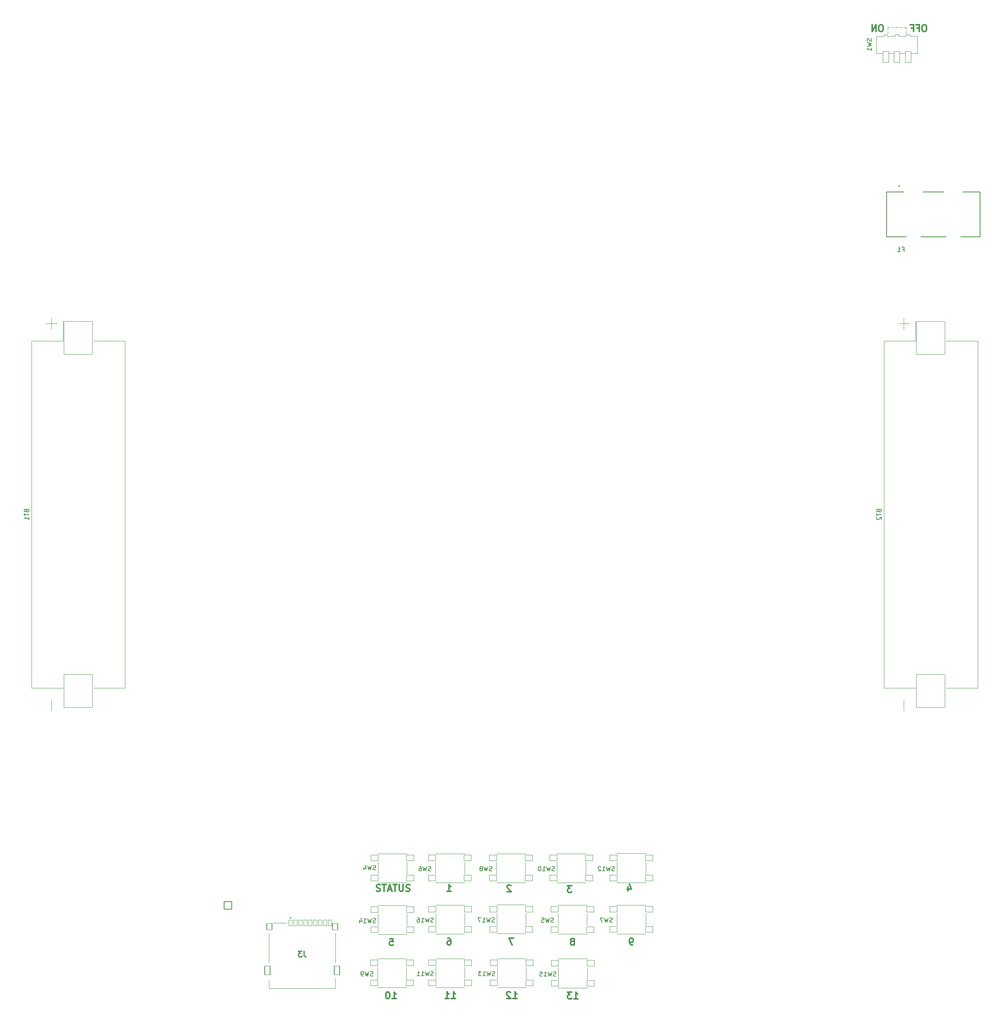
<source format=gbo>
%TF.GenerationSoftware,KiCad,Pcbnew,(6.0.0)*%
%TF.CreationDate,2022-01-30T17:43:53-05:00*%
%TF.ProjectId,fancyGradCap_rev2,66616e63-7947-4726-9164-4361705f7265,1*%
%TF.SameCoordinates,Original*%
%TF.FileFunction,Legend,Bot*%
%TF.FilePolarity,Positive*%
%FSLAX46Y46*%
G04 Gerber Fmt 4.6, Leading zero omitted, Abs format (unit mm)*
G04 Created by KiCad (PCBNEW (6.0.0)) date 2022-01-30 17:43:53*
%MOMM*%
%LPD*%
G01*
G04 APERTURE LIST*
G04 Aperture macros list*
%AMRoundRect*
0 Rectangle with rounded corners*
0 $1 Rounding radius*
0 $2 $3 $4 $5 $6 $7 $8 $9 X,Y pos of 4 corners*
0 Add a 4 corners polygon primitive as box body*
4,1,4,$2,$3,$4,$5,$6,$7,$8,$9,$2,$3,0*
0 Add four circle primitives for the rounded corners*
1,1,$1+$1,$2,$3*
1,1,$1+$1,$4,$5*
1,1,$1+$1,$6,$7*
1,1,$1+$1,$8,$9*
0 Add four rect primitives between the rounded corners*
20,1,$1+$1,$2,$3,$4,$5,0*
20,1,$1+$1,$4,$5,$6,$7,0*
20,1,$1+$1,$6,$7,$8,$9,0*
20,1,$1+$1,$8,$9,$2,$3,0*%
G04 Aperture macros list end*
%ADD10C,0.300000*%
%ADD11C,0.150000*%
%ADD12C,0.254000*%
%ADD13C,0.120000*%
%ADD14C,0.127000*%
%ADD15C,0.200000*%
%ADD16C,0.100000*%
%ADD17C,3.300000*%
%ADD18RoundRect,0.050000X0.775000X0.650000X-0.775000X0.650000X-0.775000X-0.650000X0.775000X-0.650000X0*%
%ADD19C,0.750000*%
%ADD20C,0.700000*%
%ADD21O,2.100000X1.100000*%
%ADD22O,1.700000X0.900000*%
%ADD23RoundRect,0.050000X-0.850000X-0.850000X0.850000X-0.850000X0.850000X0.850000X-0.850000X0.850000X0*%
%ADD24O,1.800000X1.800000*%
%ADD25C,3.550000*%
%ADD26C,2.490000*%
%ADD27RoundRect,0.050000X-3.175000X3.670000X-3.175000X-3.670000X3.175000X-3.670000X3.175000X3.670000X0*%
%ADD28C,2.725000*%
%ADD29C,3.806000*%
%ADD30C,1.100000*%
%ADD31RoundRect,0.050000X0.350000X0.650000X-0.350000X0.650000X-0.350000X-0.650000X0.350000X-0.650000X0*%
%ADD32RoundRect,0.050000X0.600000X0.700000X-0.600000X0.700000X-0.600000X-0.700000X0.600000X-0.700000X0*%
%ADD33RoundRect,0.050000X0.600000X1.000000X-0.600000X1.000000X-0.600000X-1.000000X0.600000X-1.000000X0*%
%ADD34C,1.000000*%
%ADD35RoundRect,0.050000X-0.625000X-1.250000X0.625000X-1.250000X0.625000X1.250000X-0.625000X1.250000X0*%
G04 APERTURE END LIST*
D10*
X184062571Y-956571D02*
X183776857Y-956571D01*
X183634000Y-1028000D01*
X183491142Y-1170857D01*
X183419714Y-1456571D01*
X183419714Y-1956571D01*
X183491142Y-2242285D01*
X183634000Y-2385142D01*
X183776857Y-2456571D01*
X184062571Y-2456571D01*
X184205428Y-2385142D01*
X184348285Y-2242285D01*
X184419714Y-1956571D01*
X184419714Y-1456571D01*
X184348285Y-1170857D01*
X184205428Y-1028000D01*
X184062571Y-956571D01*
X182776857Y-2456571D02*
X182776857Y-956571D01*
X181919714Y-2456571D01*
X181919714Y-956571D01*
X193706571Y-956571D02*
X193420857Y-956571D01*
X193278000Y-1028000D01*
X193135142Y-1170857D01*
X193063714Y-1456571D01*
X193063714Y-1956571D01*
X193135142Y-2242285D01*
X193278000Y-2385142D01*
X193420857Y-2456571D01*
X193706571Y-2456571D01*
X193849428Y-2385142D01*
X193992285Y-2242285D01*
X194063714Y-1956571D01*
X194063714Y-1456571D01*
X193992285Y-1170857D01*
X193849428Y-1028000D01*
X193706571Y-956571D01*
X191920857Y-1670857D02*
X192420857Y-1670857D01*
X192420857Y-2456571D02*
X192420857Y-956571D01*
X191706571Y-956571D01*
X190635142Y-1670857D02*
X191135142Y-1670857D01*
X191135142Y-2456571D02*
X191135142Y-956571D01*
X190420857Y-956571D01*
X102030250Y-204379321D02*
X101030250Y-204379321D01*
X101673107Y-205879321D01*
X128555714Y-205910571D02*
X128270000Y-205910571D01*
X128127142Y-205839142D01*
X128055714Y-205767714D01*
X127912857Y-205553428D01*
X127841428Y-205267714D01*
X127841428Y-204696285D01*
X127912857Y-204553428D01*
X127984285Y-204482000D01*
X128127142Y-204410571D01*
X128412857Y-204410571D01*
X128555714Y-204482000D01*
X128627142Y-204553428D01*
X128698571Y-204696285D01*
X128698571Y-205053428D01*
X128627142Y-205196285D01*
X128555714Y-205267714D01*
X128412857Y-205339142D01*
X128127142Y-205339142D01*
X127984285Y-205267714D01*
X127912857Y-205196285D01*
X127841428Y-205053428D01*
X115506964Y-217925071D02*
X116364107Y-217925071D01*
X115935535Y-217925071D02*
X115935535Y-216425071D01*
X116078392Y-216639357D01*
X116221250Y-216782214D01*
X116364107Y-216853642D01*
X115006964Y-216425071D02*
X114078392Y-216425071D01*
X114578392Y-216996500D01*
X114364107Y-216996500D01*
X114221250Y-217067928D01*
X114149821Y-217139357D01*
X114078392Y-217282214D01*
X114078392Y-217639357D01*
X114149821Y-217782214D01*
X114221250Y-217853642D01*
X114364107Y-217925071D01*
X114792678Y-217925071D01*
X114935535Y-217853642D01*
X115006964Y-217782214D01*
X127518535Y-192911071D02*
X127518535Y-193911071D01*
X127875678Y-192339642D02*
X128232821Y-193411071D01*
X127304250Y-193411071D01*
X74414607Y-204506321D02*
X75128892Y-204506321D01*
X75200321Y-205220607D01*
X75128892Y-205149178D01*
X74986035Y-205077750D01*
X74628892Y-205077750D01*
X74486035Y-205149178D01*
X74414607Y-205220607D01*
X74343178Y-205363464D01*
X74343178Y-205720607D01*
X74414607Y-205863464D01*
X74486035Y-205934892D01*
X74628892Y-206006321D01*
X74986035Y-206006321D01*
X75128892Y-205934892D01*
X75200321Y-205863464D01*
X114957750Y-192726571D02*
X114029178Y-192726571D01*
X114529178Y-193298000D01*
X114314892Y-193298000D01*
X114172035Y-193369428D01*
X114100607Y-193440857D01*
X114029178Y-193583714D01*
X114029178Y-193940857D01*
X114100607Y-194083714D01*
X114172035Y-194155142D01*
X114314892Y-194226571D01*
X114743464Y-194226571D01*
X114886321Y-194155142D01*
X114957750Y-194083714D01*
X101885714Y-217848571D02*
X102742857Y-217848571D01*
X102314285Y-217848571D02*
X102314285Y-216348571D01*
X102457142Y-216562857D01*
X102600000Y-216705714D01*
X102742857Y-216777142D01*
X101314285Y-216491428D02*
X101242857Y-216420000D01*
X101100000Y-216348571D01*
X100742857Y-216348571D01*
X100600000Y-216420000D01*
X100528571Y-216491428D01*
X100457142Y-216634285D01*
X100457142Y-216777142D01*
X100528571Y-216991428D01*
X101385714Y-217848571D01*
X100457142Y-217848571D01*
X71469714Y-193901142D02*
X71684000Y-193972571D01*
X72041142Y-193972571D01*
X72184000Y-193901142D01*
X72255428Y-193829714D01*
X72326857Y-193686857D01*
X72326857Y-193544000D01*
X72255428Y-193401142D01*
X72184000Y-193329714D01*
X72041142Y-193258285D01*
X71755428Y-193186857D01*
X71612571Y-193115428D01*
X71541142Y-193044000D01*
X71469714Y-192901142D01*
X71469714Y-192758285D01*
X71541142Y-192615428D01*
X71612571Y-192544000D01*
X71755428Y-192472571D01*
X72112571Y-192472571D01*
X72326857Y-192544000D01*
X72755428Y-192472571D02*
X73612571Y-192472571D01*
X73184000Y-193972571D02*
X73184000Y-192472571D01*
X74041142Y-193544000D02*
X74755428Y-193544000D01*
X73898285Y-193972571D02*
X74398285Y-192472571D01*
X74898285Y-193972571D01*
X75184000Y-192472571D02*
X76041142Y-192472571D01*
X75612571Y-193972571D02*
X75612571Y-192472571D01*
X76541142Y-192472571D02*
X76541142Y-193686857D01*
X76612571Y-193829714D01*
X76684000Y-193901142D01*
X76826857Y-193972571D01*
X77112571Y-193972571D01*
X77255428Y-193901142D01*
X77326857Y-193829714D01*
X77398285Y-193686857D01*
X77398285Y-192472571D01*
X78041142Y-193901142D02*
X78255428Y-193972571D01*
X78612571Y-193972571D01*
X78755428Y-193901142D01*
X78826857Y-193829714D01*
X78898285Y-193686857D01*
X78898285Y-193544000D01*
X78826857Y-193401142D01*
X78755428Y-193329714D01*
X78612571Y-193258285D01*
X78326857Y-193186857D01*
X78184000Y-193115428D01*
X78112571Y-193044000D01*
X78041142Y-192901142D01*
X78041142Y-192758285D01*
X78112571Y-192615428D01*
X78184000Y-192544000D01*
X78326857Y-192472571D01*
X78684000Y-192472571D01*
X78898285Y-192544000D01*
X87201428Y-193972571D02*
X88058571Y-193972571D01*
X87630000Y-193972571D02*
X87630000Y-192472571D01*
X87772857Y-192686857D01*
X87915714Y-192829714D01*
X88058571Y-192901142D01*
X115308357Y-205072178D02*
X115451214Y-205000750D01*
X115522642Y-204929321D01*
X115594071Y-204786464D01*
X115594071Y-204715035D01*
X115522642Y-204572178D01*
X115451214Y-204500750D01*
X115308357Y-204429321D01*
X115022642Y-204429321D01*
X114879785Y-204500750D01*
X114808357Y-204572178D01*
X114736928Y-204715035D01*
X114736928Y-204786464D01*
X114808357Y-204929321D01*
X114879785Y-205000750D01*
X115022642Y-205072178D01*
X115308357Y-205072178D01*
X115451214Y-205143607D01*
X115522642Y-205215035D01*
X115594071Y-205357892D01*
X115594071Y-205643607D01*
X115522642Y-205786464D01*
X115451214Y-205857892D01*
X115308357Y-205929321D01*
X115022642Y-205929321D01*
X114879785Y-205857892D01*
X114808357Y-205786464D01*
X114736928Y-205643607D01*
X114736928Y-205357892D01*
X114808357Y-205215035D01*
X114879785Y-205143607D01*
X115022642Y-205072178D01*
X88169714Y-217848571D02*
X89026857Y-217848571D01*
X88598285Y-217848571D02*
X88598285Y-216348571D01*
X88741142Y-216562857D01*
X88884000Y-216705714D01*
X89026857Y-216777142D01*
X86741142Y-217848571D02*
X87598285Y-217848571D01*
X87169714Y-217848571D02*
X87169714Y-216348571D01*
X87312571Y-216562857D01*
X87455428Y-216705714D01*
X87598285Y-216777142D01*
X101416571Y-192661678D02*
X101345142Y-192590250D01*
X101202285Y-192518821D01*
X100845142Y-192518821D01*
X100702285Y-192590250D01*
X100630857Y-192661678D01*
X100559428Y-192804535D01*
X100559428Y-192947392D01*
X100630857Y-193161678D01*
X101488000Y-194018821D01*
X100559428Y-194018821D01*
X74961714Y-217866071D02*
X75818857Y-217866071D01*
X75390285Y-217866071D02*
X75390285Y-216366071D01*
X75533142Y-216580357D01*
X75676000Y-216723214D01*
X75818857Y-216794642D01*
X74033142Y-216366071D02*
X73890285Y-216366071D01*
X73747428Y-216437500D01*
X73676000Y-216508928D01*
X73604571Y-216651785D01*
X73533142Y-216937500D01*
X73533142Y-217294642D01*
X73604571Y-217580357D01*
X73676000Y-217723214D01*
X73747428Y-217794642D01*
X73890285Y-217866071D01*
X74033142Y-217866071D01*
X74176000Y-217794642D01*
X74247428Y-217723214D01*
X74318857Y-217580357D01*
X74390285Y-217294642D01*
X74390285Y-216937500D01*
X74318857Y-216651785D01*
X74247428Y-216508928D01*
X74176000Y-216437500D01*
X74033142Y-216366071D01*
X87344285Y-204410571D02*
X87630000Y-204410571D01*
X87772857Y-204482000D01*
X87844285Y-204553428D01*
X87987142Y-204767714D01*
X88058571Y-205053428D01*
X88058571Y-205624857D01*
X87987142Y-205767714D01*
X87915714Y-205839142D01*
X87772857Y-205910571D01*
X87487142Y-205910571D01*
X87344285Y-205839142D01*
X87272857Y-205767714D01*
X87201428Y-205624857D01*
X87201428Y-205267714D01*
X87272857Y-205124857D01*
X87344285Y-205053428D01*
X87487142Y-204982000D01*
X87772857Y-204982000D01*
X87915714Y-205053428D01*
X87987142Y-205124857D01*
X88058571Y-205267714D01*
D11*
%TO.C,SW4*%
X71253333Y-189126761D02*
X71110476Y-189174380D01*
X70872380Y-189174380D01*
X70777142Y-189126761D01*
X70729523Y-189079142D01*
X70681904Y-188983904D01*
X70681904Y-188888666D01*
X70729523Y-188793428D01*
X70777142Y-188745809D01*
X70872380Y-188698190D01*
X71062857Y-188650571D01*
X71158095Y-188602952D01*
X71205714Y-188555333D01*
X71253333Y-188460095D01*
X71253333Y-188364857D01*
X71205714Y-188269619D01*
X71158095Y-188222000D01*
X71062857Y-188174380D01*
X70824761Y-188174380D01*
X70681904Y-188222000D01*
X70348571Y-188174380D02*
X70110476Y-189174380D01*
X69920000Y-188460095D01*
X69729523Y-189174380D01*
X69491428Y-188174380D01*
X68681904Y-188507714D02*
X68681904Y-189174380D01*
X68920000Y-188126761D02*
X69158095Y-188841047D01*
X68539047Y-188841047D01*
%TO.C,SW11*%
X84105523Y-212748761D02*
X83962666Y-212796380D01*
X83724571Y-212796380D01*
X83629333Y-212748761D01*
X83581714Y-212701142D01*
X83534095Y-212605904D01*
X83534095Y-212510666D01*
X83581714Y-212415428D01*
X83629333Y-212367809D01*
X83724571Y-212320190D01*
X83915047Y-212272571D01*
X84010285Y-212224952D01*
X84057904Y-212177333D01*
X84105523Y-212082095D01*
X84105523Y-211986857D01*
X84057904Y-211891619D01*
X84010285Y-211844000D01*
X83915047Y-211796380D01*
X83676952Y-211796380D01*
X83534095Y-211844000D01*
X83200761Y-211796380D02*
X82962666Y-212796380D01*
X82772190Y-212082095D01*
X82581714Y-212796380D01*
X82343619Y-211796380D01*
X81438857Y-212796380D02*
X82010285Y-212796380D01*
X81724571Y-212796380D02*
X81724571Y-211796380D01*
X81819809Y-211939238D01*
X81915047Y-212034476D01*
X82010285Y-212082095D01*
X80486476Y-212796380D02*
X81057904Y-212796380D01*
X80772190Y-212796380D02*
X80772190Y-211796380D01*
X80867428Y-211939238D01*
X80962666Y-212034476D01*
X81057904Y-212082095D01*
%TO.C,SW6*%
X83575083Y-189380761D02*
X83432226Y-189428380D01*
X83194130Y-189428380D01*
X83098892Y-189380761D01*
X83051273Y-189333142D01*
X83003654Y-189237904D01*
X83003654Y-189142666D01*
X83051273Y-189047428D01*
X83098892Y-188999809D01*
X83194130Y-188952190D01*
X83384607Y-188904571D01*
X83479845Y-188856952D01*
X83527464Y-188809333D01*
X83575083Y-188714095D01*
X83575083Y-188618857D01*
X83527464Y-188523619D01*
X83479845Y-188476000D01*
X83384607Y-188428380D01*
X83146511Y-188428380D01*
X83003654Y-188476000D01*
X82670321Y-188428380D02*
X82432226Y-189428380D01*
X82241750Y-188714095D01*
X82051273Y-189428380D01*
X81813178Y-188428380D01*
X81003654Y-188428380D02*
X81194130Y-188428380D01*
X81289369Y-188476000D01*
X81336988Y-188523619D01*
X81432226Y-188666476D01*
X81479845Y-188856952D01*
X81479845Y-189237904D01*
X81432226Y-189333142D01*
X81384607Y-189380761D01*
X81289369Y-189428380D01*
X81098892Y-189428380D01*
X81003654Y-189380761D01*
X80956035Y-189333142D01*
X80908416Y-189237904D01*
X80908416Y-188999809D01*
X80956035Y-188904571D01*
X81003654Y-188856952D01*
X81098892Y-188809333D01*
X81289369Y-188809333D01*
X81384607Y-188856952D01*
X81432226Y-188904571D01*
X81479845Y-188999809D01*
%TO.C,SW5*%
X110910833Y-200829511D02*
X110767976Y-200877130D01*
X110529880Y-200877130D01*
X110434642Y-200829511D01*
X110387023Y-200781892D01*
X110339404Y-200686654D01*
X110339404Y-200591416D01*
X110387023Y-200496178D01*
X110434642Y-200448559D01*
X110529880Y-200400940D01*
X110720357Y-200353321D01*
X110815595Y-200305702D01*
X110863214Y-200258083D01*
X110910833Y-200162845D01*
X110910833Y-200067607D01*
X110863214Y-199972369D01*
X110815595Y-199924750D01*
X110720357Y-199877130D01*
X110482261Y-199877130D01*
X110339404Y-199924750D01*
X110006071Y-199877130D02*
X109767976Y-200877130D01*
X109577500Y-200162845D01*
X109387023Y-200877130D01*
X109148928Y-199877130D01*
X108291785Y-199877130D02*
X108767976Y-199877130D01*
X108815595Y-200353321D01*
X108767976Y-200305702D01*
X108672738Y-200258083D01*
X108434642Y-200258083D01*
X108339404Y-200305702D01*
X108291785Y-200353321D01*
X108244166Y-200448559D01*
X108244166Y-200686654D01*
X108291785Y-200781892D01*
X108339404Y-200829511D01*
X108434642Y-200877130D01*
X108672738Y-200877130D01*
X108767976Y-200829511D01*
X108815595Y-200781892D01*
%TO.C,SW8*%
X97187083Y-189380761D02*
X97044226Y-189428380D01*
X96806130Y-189428380D01*
X96710892Y-189380761D01*
X96663273Y-189333142D01*
X96615654Y-189237904D01*
X96615654Y-189142666D01*
X96663273Y-189047428D01*
X96710892Y-188999809D01*
X96806130Y-188952190D01*
X96996607Y-188904571D01*
X97091845Y-188856952D01*
X97139464Y-188809333D01*
X97187083Y-188714095D01*
X97187083Y-188618857D01*
X97139464Y-188523619D01*
X97091845Y-188476000D01*
X96996607Y-188428380D01*
X96758511Y-188428380D01*
X96615654Y-188476000D01*
X96282321Y-188428380D02*
X96044226Y-189428380D01*
X95853750Y-188714095D01*
X95663273Y-189428380D01*
X95425178Y-188428380D01*
X94901369Y-188856952D02*
X94996607Y-188809333D01*
X95044226Y-188761714D01*
X95091845Y-188666476D01*
X95091845Y-188618857D01*
X95044226Y-188523619D01*
X94996607Y-188476000D01*
X94901369Y-188428380D01*
X94710892Y-188428380D01*
X94615654Y-188476000D01*
X94568035Y-188523619D01*
X94520416Y-188618857D01*
X94520416Y-188666476D01*
X94568035Y-188761714D01*
X94615654Y-188809333D01*
X94710892Y-188856952D01*
X94901369Y-188856952D01*
X94996607Y-188904571D01*
X95044226Y-188952190D01*
X95091845Y-189047428D01*
X95091845Y-189237904D01*
X95044226Y-189333142D01*
X94996607Y-189380761D01*
X94901369Y-189428380D01*
X94710892Y-189428380D01*
X94615654Y-189380761D01*
X94568035Y-189333142D01*
X94520416Y-189237904D01*
X94520416Y-189047428D01*
X94568035Y-188952190D01*
X94615654Y-188904571D01*
X94710892Y-188856952D01*
%TO.C,SW12*%
X124479523Y-189368761D02*
X124336666Y-189416380D01*
X124098571Y-189416380D01*
X124003333Y-189368761D01*
X123955714Y-189321142D01*
X123908095Y-189225904D01*
X123908095Y-189130666D01*
X123955714Y-189035428D01*
X124003333Y-188987809D01*
X124098571Y-188940190D01*
X124289047Y-188892571D01*
X124384285Y-188844952D01*
X124431904Y-188797333D01*
X124479523Y-188702095D01*
X124479523Y-188606857D01*
X124431904Y-188511619D01*
X124384285Y-188464000D01*
X124289047Y-188416380D01*
X124050952Y-188416380D01*
X123908095Y-188464000D01*
X123574761Y-188416380D02*
X123336666Y-189416380D01*
X123146190Y-188702095D01*
X122955714Y-189416380D01*
X122717619Y-188416380D01*
X121812857Y-189416380D02*
X122384285Y-189416380D01*
X122098571Y-189416380D02*
X122098571Y-188416380D01*
X122193809Y-188559238D01*
X122289047Y-188654476D01*
X122384285Y-188702095D01*
X121431904Y-188511619D02*
X121384285Y-188464000D01*
X121289047Y-188416380D01*
X121050952Y-188416380D01*
X120955714Y-188464000D01*
X120908095Y-188511619D01*
X120860476Y-188606857D01*
X120860476Y-188702095D01*
X120908095Y-188844952D01*
X121479523Y-189416380D01*
X120860476Y-189416380D01*
%TO.C,BT1*%
X-6571428Y-109214285D02*
X-6523809Y-109357142D01*
X-6476190Y-109404761D01*
X-6380952Y-109452380D01*
X-6238095Y-109452380D01*
X-6142857Y-109404761D01*
X-6095238Y-109357142D01*
X-6047619Y-109261904D01*
X-6047619Y-108880952D01*
X-7047619Y-108880952D01*
X-7047619Y-109214285D01*
X-7000000Y-109309523D01*
X-6952380Y-109357142D01*
X-6857142Y-109404761D01*
X-6761904Y-109404761D01*
X-6666666Y-109357142D01*
X-6619047Y-109309523D01*
X-6571428Y-109214285D01*
X-6571428Y-108880952D01*
X-7047619Y-109738095D02*
X-7047619Y-110309523D01*
X-6047619Y-110023809D02*
X-7047619Y-110023809D01*
X-6047619Y-111166666D02*
X-6047619Y-110595238D01*
X-6047619Y-110880952D02*
X-7047619Y-110880952D01*
X-6904761Y-110785714D01*
X-6809523Y-110690476D01*
X-6761904Y-110595238D01*
%TO.C,F1*%
X188688333Y-50943571D02*
X189021666Y-50943571D01*
X189021666Y-51467380D02*
X189021666Y-50467380D01*
X188545476Y-50467380D01*
X187640714Y-51467380D02*
X188212142Y-51467380D01*
X187926428Y-51467380D02*
X187926428Y-50467380D01*
X188021666Y-50610238D01*
X188116904Y-50705476D01*
X188212142Y-50753095D01*
%TO.C,BT2*%
X183428571Y-109214285D02*
X183476190Y-109357142D01*
X183523809Y-109404761D01*
X183619047Y-109452380D01*
X183761904Y-109452380D01*
X183857142Y-109404761D01*
X183904761Y-109357142D01*
X183952380Y-109261904D01*
X183952380Y-108880952D01*
X182952380Y-108880952D01*
X182952380Y-109214285D01*
X183000000Y-109309523D01*
X183047619Y-109357142D01*
X183142857Y-109404761D01*
X183238095Y-109404761D01*
X183333333Y-109357142D01*
X183380952Y-109309523D01*
X183428571Y-109214285D01*
X183428571Y-108880952D01*
X182952380Y-109738095D02*
X182952380Y-110309523D01*
X183952380Y-110023809D02*
X182952380Y-110023809D01*
X183047619Y-110595238D02*
X183000000Y-110642857D01*
X182952380Y-110738095D01*
X182952380Y-110976190D01*
X183000000Y-111071428D01*
X183047619Y-111119047D01*
X183142857Y-111166666D01*
X183238095Y-111166666D01*
X183380952Y-111119047D01*
X183952380Y-110547619D01*
X183952380Y-111166666D01*
D12*
%TO.C,J3*%
X55313333Y-207241523D02*
X55313333Y-208148666D01*
X55373809Y-208330095D01*
X55494761Y-208451047D01*
X55676190Y-208511523D01*
X55797142Y-208511523D01*
X54829523Y-207241523D02*
X54043333Y-207241523D01*
X54466666Y-207725333D01*
X54285238Y-207725333D01*
X54164285Y-207785809D01*
X54103809Y-207846285D01*
X54043333Y-207967238D01*
X54043333Y-208269619D01*
X54103809Y-208390571D01*
X54164285Y-208451047D01*
X54285238Y-208511523D01*
X54648095Y-208511523D01*
X54769047Y-208451047D01*
X54829523Y-208390571D01*
D11*
%TO.C,SW9*%
X70675333Y-212766261D02*
X70532476Y-212813880D01*
X70294380Y-212813880D01*
X70199142Y-212766261D01*
X70151523Y-212718642D01*
X70103904Y-212623404D01*
X70103904Y-212528166D01*
X70151523Y-212432928D01*
X70199142Y-212385309D01*
X70294380Y-212337690D01*
X70484857Y-212290071D01*
X70580095Y-212242452D01*
X70627714Y-212194833D01*
X70675333Y-212099595D01*
X70675333Y-212004357D01*
X70627714Y-211909119D01*
X70580095Y-211861500D01*
X70484857Y-211813880D01*
X70246761Y-211813880D01*
X70103904Y-211861500D01*
X69770571Y-211813880D02*
X69532476Y-212813880D01*
X69342000Y-212099595D01*
X69151523Y-212813880D01*
X68913428Y-211813880D01*
X68484857Y-212813880D02*
X68294380Y-212813880D01*
X68199142Y-212766261D01*
X68151523Y-212718642D01*
X68056285Y-212575785D01*
X68008666Y-212385309D01*
X68008666Y-212004357D01*
X68056285Y-211909119D01*
X68103904Y-211861500D01*
X68199142Y-211813880D01*
X68389619Y-211813880D01*
X68484857Y-211861500D01*
X68532476Y-211909119D01*
X68580095Y-212004357D01*
X68580095Y-212242452D01*
X68532476Y-212337690D01*
X68484857Y-212385309D01*
X68389619Y-212432928D01*
X68199142Y-212432928D01*
X68103904Y-212385309D01*
X68056285Y-212337690D01*
X68008666Y-212242452D01*
%TO.C,SW17*%
X97751773Y-200779511D02*
X97608916Y-200827130D01*
X97370821Y-200827130D01*
X97275583Y-200779511D01*
X97227964Y-200731892D01*
X97180345Y-200636654D01*
X97180345Y-200541416D01*
X97227964Y-200446178D01*
X97275583Y-200398559D01*
X97370821Y-200350940D01*
X97561297Y-200303321D01*
X97656535Y-200255702D01*
X97704154Y-200208083D01*
X97751773Y-200112845D01*
X97751773Y-200017607D01*
X97704154Y-199922369D01*
X97656535Y-199874750D01*
X97561297Y-199827130D01*
X97323202Y-199827130D01*
X97180345Y-199874750D01*
X96847011Y-199827130D02*
X96608916Y-200827130D01*
X96418440Y-200112845D01*
X96227964Y-200827130D01*
X95989869Y-199827130D01*
X95085107Y-200827130D02*
X95656535Y-200827130D01*
X95370821Y-200827130D02*
X95370821Y-199827130D01*
X95466059Y-199969988D01*
X95561297Y-200065226D01*
X95656535Y-200112845D01*
X94751773Y-199827130D02*
X94085107Y-199827130D01*
X94513678Y-200827130D01*
%TO.C,SW10*%
X111133023Y-189380761D02*
X110990166Y-189428380D01*
X110752071Y-189428380D01*
X110656833Y-189380761D01*
X110609214Y-189333142D01*
X110561595Y-189237904D01*
X110561595Y-189142666D01*
X110609214Y-189047428D01*
X110656833Y-188999809D01*
X110752071Y-188952190D01*
X110942547Y-188904571D01*
X111037785Y-188856952D01*
X111085404Y-188809333D01*
X111133023Y-188714095D01*
X111133023Y-188618857D01*
X111085404Y-188523619D01*
X111037785Y-188476000D01*
X110942547Y-188428380D01*
X110704452Y-188428380D01*
X110561595Y-188476000D01*
X110228261Y-188428380D02*
X109990166Y-189428380D01*
X109799690Y-188714095D01*
X109609214Y-189428380D01*
X109371119Y-188428380D01*
X108466357Y-189428380D02*
X109037785Y-189428380D01*
X108752071Y-189428380D02*
X108752071Y-188428380D01*
X108847309Y-188571238D01*
X108942547Y-188666476D01*
X109037785Y-188714095D01*
X107847309Y-188428380D02*
X107752071Y-188428380D01*
X107656833Y-188476000D01*
X107609214Y-188523619D01*
X107561595Y-188618857D01*
X107513976Y-188809333D01*
X107513976Y-189047428D01*
X107561595Y-189237904D01*
X107609214Y-189333142D01*
X107656833Y-189380761D01*
X107752071Y-189428380D01*
X107847309Y-189428380D01*
X107942547Y-189380761D01*
X107990166Y-189333142D01*
X108037785Y-189237904D01*
X108085404Y-189047428D01*
X108085404Y-188809333D01*
X108037785Y-188618857D01*
X107990166Y-188523619D01*
X107942547Y-188476000D01*
X107847309Y-188428380D01*
%TO.C,SW7*%
X124015333Y-200810761D02*
X123872476Y-200858380D01*
X123634380Y-200858380D01*
X123539142Y-200810761D01*
X123491523Y-200763142D01*
X123443904Y-200667904D01*
X123443904Y-200572666D01*
X123491523Y-200477428D01*
X123539142Y-200429809D01*
X123634380Y-200382190D01*
X123824857Y-200334571D01*
X123920095Y-200286952D01*
X123967714Y-200239333D01*
X124015333Y-200144095D01*
X124015333Y-200048857D01*
X123967714Y-199953619D01*
X123920095Y-199906000D01*
X123824857Y-199858380D01*
X123586761Y-199858380D01*
X123443904Y-199906000D01*
X123110571Y-199858380D02*
X122872476Y-200858380D01*
X122682000Y-200144095D01*
X122491523Y-200858380D01*
X122253428Y-199858380D01*
X121967714Y-199858380D02*
X121301047Y-199858380D01*
X121729619Y-200858380D01*
%TO.C,SW14*%
X71247273Y-200906511D02*
X71104416Y-200954130D01*
X70866321Y-200954130D01*
X70771083Y-200906511D01*
X70723464Y-200858892D01*
X70675845Y-200763654D01*
X70675845Y-200668416D01*
X70723464Y-200573178D01*
X70771083Y-200525559D01*
X70866321Y-200477940D01*
X71056797Y-200430321D01*
X71152035Y-200382702D01*
X71199654Y-200335083D01*
X71247273Y-200239845D01*
X71247273Y-200144607D01*
X71199654Y-200049369D01*
X71152035Y-200001750D01*
X71056797Y-199954130D01*
X70818702Y-199954130D01*
X70675845Y-200001750D01*
X70342511Y-199954130D02*
X70104416Y-200954130D01*
X69913940Y-200239845D01*
X69723464Y-200954130D01*
X69485369Y-199954130D01*
X68580607Y-200954130D02*
X69152035Y-200954130D01*
X68866321Y-200954130D02*
X68866321Y-199954130D01*
X68961559Y-200096988D01*
X69056797Y-200192226D01*
X69152035Y-200239845D01*
X67723464Y-200287464D02*
X67723464Y-200954130D01*
X67961559Y-199906511D02*
X68199654Y-200620797D01*
X67580607Y-200620797D01*
%TO.C,SW13*%
X97821523Y-212748761D02*
X97678666Y-212796380D01*
X97440571Y-212796380D01*
X97345333Y-212748761D01*
X97297714Y-212701142D01*
X97250095Y-212605904D01*
X97250095Y-212510666D01*
X97297714Y-212415428D01*
X97345333Y-212367809D01*
X97440571Y-212320190D01*
X97631047Y-212272571D01*
X97726285Y-212224952D01*
X97773904Y-212177333D01*
X97821523Y-212082095D01*
X97821523Y-211986857D01*
X97773904Y-211891619D01*
X97726285Y-211844000D01*
X97631047Y-211796380D01*
X97392952Y-211796380D01*
X97250095Y-211844000D01*
X96916761Y-211796380D02*
X96678666Y-212796380D01*
X96488190Y-212082095D01*
X96297714Y-212796380D01*
X96059619Y-211796380D01*
X95154857Y-212796380D02*
X95726285Y-212796380D01*
X95440571Y-212796380D02*
X95440571Y-211796380D01*
X95535809Y-211939238D01*
X95631047Y-212034476D01*
X95726285Y-212082095D01*
X94821523Y-211796380D02*
X94202476Y-211796380D01*
X94535809Y-212177333D01*
X94392952Y-212177333D01*
X94297714Y-212224952D01*
X94250095Y-212272571D01*
X94202476Y-212367809D01*
X94202476Y-212605904D01*
X94250095Y-212701142D01*
X94297714Y-212748761D01*
X94392952Y-212796380D01*
X94678666Y-212796380D01*
X94773904Y-212748761D01*
X94821523Y-212701142D01*
%TO.C,SW16*%
X84105523Y-200810761D02*
X83962666Y-200858380D01*
X83724571Y-200858380D01*
X83629333Y-200810761D01*
X83581714Y-200763142D01*
X83534095Y-200667904D01*
X83534095Y-200572666D01*
X83581714Y-200477428D01*
X83629333Y-200429809D01*
X83724571Y-200382190D01*
X83915047Y-200334571D01*
X84010285Y-200286952D01*
X84057904Y-200239333D01*
X84105523Y-200144095D01*
X84105523Y-200048857D01*
X84057904Y-199953619D01*
X84010285Y-199906000D01*
X83915047Y-199858380D01*
X83676952Y-199858380D01*
X83534095Y-199906000D01*
X83200761Y-199858380D02*
X82962666Y-200858380D01*
X82772190Y-200144095D01*
X82581714Y-200858380D01*
X82343619Y-199858380D01*
X81438857Y-200858380D02*
X82010285Y-200858380D01*
X81724571Y-200858380D02*
X81724571Y-199858380D01*
X81819809Y-200001238D01*
X81915047Y-200096476D01*
X82010285Y-200144095D01*
X80581714Y-199858380D02*
X80772190Y-199858380D01*
X80867428Y-199906000D01*
X80915047Y-199953619D01*
X81010285Y-200096476D01*
X81057904Y-200286952D01*
X81057904Y-200667904D01*
X81010285Y-200763142D01*
X80962666Y-200810761D01*
X80867428Y-200858380D01*
X80676952Y-200858380D01*
X80581714Y-200810761D01*
X80534095Y-200763142D01*
X80486476Y-200667904D01*
X80486476Y-200429809D01*
X80534095Y-200334571D01*
X80581714Y-200286952D01*
X80676952Y-200239333D01*
X80867428Y-200239333D01*
X80962666Y-200286952D01*
X81010285Y-200334571D01*
X81057904Y-200429809D01*
%TO.C,SW15*%
X111442773Y-212825261D02*
X111299916Y-212872880D01*
X111061821Y-212872880D01*
X110966583Y-212825261D01*
X110918964Y-212777642D01*
X110871345Y-212682404D01*
X110871345Y-212587166D01*
X110918964Y-212491928D01*
X110966583Y-212444309D01*
X111061821Y-212396690D01*
X111252297Y-212349071D01*
X111347535Y-212301452D01*
X111395154Y-212253833D01*
X111442773Y-212158595D01*
X111442773Y-212063357D01*
X111395154Y-211968119D01*
X111347535Y-211920500D01*
X111252297Y-211872880D01*
X111014202Y-211872880D01*
X110871345Y-211920500D01*
X110538011Y-211872880D02*
X110299916Y-212872880D01*
X110109440Y-212158595D01*
X109918964Y-212872880D01*
X109680869Y-211872880D01*
X108776107Y-212872880D02*
X109347535Y-212872880D01*
X109061821Y-212872880D02*
X109061821Y-211872880D01*
X109157059Y-212015738D01*
X109252297Y-212110976D01*
X109347535Y-212158595D01*
X107871345Y-211872880D02*
X108347535Y-211872880D01*
X108395154Y-212349071D01*
X108347535Y-212301452D01*
X108252297Y-212253833D01*
X108014202Y-212253833D01*
X107918964Y-212301452D01*
X107871345Y-212349071D01*
X107823726Y-212444309D01*
X107823726Y-212682404D01*
X107871345Y-212777642D01*
X107918964Y-212825261D01*
X108014202Y-212872880D01*
X108252297Y-212872880D01*
X108347535Y-212825261D01*
X108395154Y-212777642D01*
%TO.C,SW1*%
X181760761Y-4000666D02*
X181808380Y-4143523D01*
X181808380Y-4381619D01*
X181760761Y-4476857D01*
X181713142Y-4524476D01*
X181617904Y-4572095D01*
X181522666Y-4572095D01*
X181427428Y-4524476D01*
X181379809Y-4476857D01*
X181332190Y-4381619D01*
X181284571Y-4191142D01*
X181236952Y-4095904D01*
X181189333Y-4048285D01*
X181094095Y-4000666D01*
X180998857Y-4000666D01*
X180903619Y-4048285D01*
X180856000Y-4095904D01*
X180808380Y-4191142D01*
X180808380Y-4429238D01*
X180856000Y-4572095D01*
X180808380Y-4905428D02*
X181808380Y-5143523D01*
X181094095Y-5334000D01*
X181808380Y-5524476D01*
X180808380Y-5762571D01*
X181808380Y-6667333D02*
X181808380Y-6095904D01*
X181808380Y-6381619D02*
X180808380Y-6381619D01*
X180951238Y-6286380D01*
X181046476Y-6191142D01*
X181094095Y-6095904D01*
D13*
%TO.C,SW4*%
X78230000Y-185540000D02*
X71770000Y-185540000D01*
X78230000Y-187470000D02*
X78230000Y-190070000D01*
X78230000Y-192000000D02*
X78230000Y-191970000D01*
X71770000Y-185540000D02*
X71770000Y-185570000D01*
X71770000Y-192000000D02*
X71770000Y-191970000D01*
X71770000Y-187470000D02*
X71770000Y-190070000D01*
X78230000Y-185570000D02*
X78230000Y-185540000D01*
X78230000Y-192000000D02*
X71770000Y-192000000D01*
%TO.C,SW11*%
X91114000Y-210838000D02*
X91114000Y-213438000D01*
X91114000Y-208908000D02*
X84654000Y-208908000D01*
X84654000Y-215368000D02*
X84654000Y-215338000D01*
X84654000Y-210838000D02*
X84654000Y-213438000D01*
X91114000Y-215368000D02*
X91114000Y-215338000D01*
X91114000Y-208938000D02*
X91114000Y-208908000D01*
X91114000Y-215368000D02*
X84654000Y-215368000D01*
X84654000Y-208908000D02*
X84654000Y-208938000D01*
%TO.C,SW6*%
X91059750Y-185540000D02*
X84599750Y-185540000D01*
X91059750Y-192000000D02*
X84599750Y-192000000D01*
X91059750Y-185570000D02*
X91059750Y-185540000D01*
X84599750Y-192000000D02*
X84599750Y-191970000D01*
X84599750Y-187470000D02*
X84599750Y-190070000D01*
X91059750Y-192000000D02*
X91059750Y-191970000D01*
X84599750Y-185540000D02*
X84599750Y-185570000D01*
X91059750Y-187470000D02*
X91059750Y-190070000D01*
%TO.C,SW5*%
X111935500Y-198918750D02*
X111935500Y-201518750D01*
X118395500Y-197018750D02*
X118395500Y-196988750D01*
X118395500Y-203448750D02*
X111935500Y-203448750D01*
X111935500Y-196988750D02*
X111935500Y-197018750D01*
X111935500Y-203448750D02*
X111935500Y-203418750D01*
X118395500Y-203448750D02*
X118395500Y-203418750D01*
X118395500Y-196988750D02*
X111935500Y-196988750D01*
X118395500Y-198918750D02*
X118395500Y-201518750D01*
%TO.C,SW8*%
X104671750Y-187470000D02*
X104671750Y-190070000D01*
X104671750Y-185540000D02*
X98211750Y-185540000D01*
X104671750Y-192000000D02*
X98211750Y-192000000D01*
X98211750Y-187470000D02*
X98211750Y-190070000D01*
X98211750Y-185540000D02*
X98211750Y-185570000D01*
X104671750Y-185570000D02*
X104671750Y-185540000D01*
X98211750Y-192000000D02*
X98211750Y-191970000D01*
X104671750Y-192000000D02*
X104671750Y-191970000D01*
%TO.C,SW12*%
X131488000Y-187458000D02*
X131488000Y-190058000D01*
X131488000Y-191988000D02*
X125028000Y-191988000D01*
X125028000Y-187458000D02*
X125028000Y-190058000D01*
X125028000Y-191988000D02*
X125028000Y-191958000D01*
X131488000Y-191988000D02*
X131488000Y-191958000D01*
X125028000Y-185528000D02*
X125028000Y-185558000D01*
X131488000Y-185558000D02*
X131488000Y-185528000D01*
X131488000Y-185528000D02*
X125028000Y-185528000D01*
%TO.C,BT1*%
X15440000Y-148640000D02*
X15440000Y-71360000D01*
X1560000Y-71360000D02*
X1560000Y-67000000D01*
X-1000000Y-153750000D02*
X-1000000Y-151250000D01*
X-5440000Y-148640000D02*
X-5440000Y-71360000D01*
X8440000Y-148640000D02*
X15440000Y-148640000D01*
X15440000Y-71360000D02*
X8440000Y-71360000D01*
X1560000Y-148640000D02*
X-5420000Y-148640000D01*
X-5440000Y-71360000D02*
X1560000Y-71360000D01*
X-1000000Y-66250000D02*
X-1000000Y-68750000D01*
X250000Y-67500000D02*
X-2250000Y-67500000D01*
D14*
%TO.C,F1*%
X202205000Y-38180000D02*
X205980000Y-38180000D01*
X201665000Y-48180000D02*
X205980000Y-48180000D01*
X188955000Y-38180000D02*
X185180000Y-38180000D01*
X189490000Y-48180000D02*
X185180000Y-48180000D01*
X197855000Y-38180000D02*
X193305000Y-38180000D01*
X185180000Y-48180000D02*
X185180000Y-38180000D01*
X192765000Y-48180000D02*
X198395000Y-48180000D01*
X205980000Y-48180000D02*
X205980000Y-38180000D01*
D15*
X188060000Y-36830000D02*
G75*
G03*
X188060000Y-36830000I-100000J0D01*
G01*
D13*
%TO.C,BT2*%
X191560000Y-71360000D02*
X191560000Y-67000000D01*
X190250000Y-67500000D02*
X187750000Y-67500000D01*
X184560000Y-71360000D02*
X191560000Y-71360000D01*
X189000000Y-66250000D02*
X189000000Y-68750000D01*
X205440000Y-71360000D02*
X198440000Y-71360000D01*
X189000000Y-153750000D02*
X189000000Y-151250000D01*
X205440000Y-148640000D02*
X205440000Y-71360000D01*
X184560000Y-148640000D02*
X184560000Y-71360000D01*
X191560000Y-148640000D02*
X184580000Y-148640000D01*
X198440000Y-148640000D02*
X205440000Y-148640000D01*
D16*
%TO.C,J3*%
X62290000Y-215512000D02*
X47490000Y-215512000D01*
X47490000Y-215512000D02*
X47490000Y-213762000D01*
X62290000Y-213262000D02*
X62290000Y-215512000D01*
X51390000Y-201012000D02*
X48390000Y-201012000D01*
X47490000Y-209762000D02*
X47490000Y-203262000D01*
D15*
X52290000Y-199962000D02*
X52290000Y-199962000D01*
D16*
X62290000Y-203262000D02*
X62290000Y-209762000D01*
D15*
X52290000Y-199762000D02*
X52290000Y-199762000D01*
X52290000Y-199962000D02*
G75*
G03*
X52290000Y-199762000I0J100000D01*
G01*
X52290000Y-199762000D02*
G75*
G03*
X52290000Y-199962000I0J-100000D01*
G01*
D13*
%TO.C,SW9*%
X78160000Y-215385500D02*
X78160000Y-215355500D01*
X78160000Y-208925500D02*
X71700000Y-208925500D01*
X78160000Y-208955500D02*
X78160000Y-208925500D01*
X71700000Y-208925500D02*
X71700000Y-208955500D01*
X78160000Y-215385500D02*
X71700000Y-215385500D01*
X71700000Y-210855500D02*
X71700000Y-213455500D01*
X78160000Y-210855500D02*
X78160000Y-213455500D01*
X71700000Y-215385500D02*
X71700000Y-215355500D01*
%TO.C,SW17*%
X104760250Y-203398750D02*
X104760250Y-203368750D01*
X104760250Y-203398750D02*
X98300250Y-203398750D01*
X98300250Y-203398750D02*
X98300250Y-203368750D01*
X104760250Y-196968750D02*
X104760250Y-196938750D01*
X98300250Y-196938750D02*
X98300250Y-196968750D01*
X104760250Y-196938750D02*
X98300250Y-196938750D01*
X104760250Y-198868750D02*
X104760250Y-201468750D01*
X98300250Y-198868750D02*
X98300250Y-201468750D01*
%TO.C,SW10*%
X118141500Y-192000000D02*
X118141500Y-191970000D01*
X118141500Y-187470000D02*
X118141500Y-190070000D01*
X118141500Y-185570000D02*
X118141500Y-185540000D01*
X118141500Y-185540000D02*
X111681500Y-185540000D01*
X111681500Y-192000000D02*
X111681500Y-191970000D01*
X111681500Y-185540000D02*
X111681500Y-185570000D01*
X118141500Y-192000000D02*
X111681500Y-192000000D01*
X111681500Y-187470000D02*
X111681500Y-190070000D01*
%TO.C,SW7*%
X131500000Y-203430000D02*
X131500000Y-203400000D01*
X131500000Y-196970000D02*
X125040000Y-196970000D01*
X125040000Y-196970000D02*
X125040000Y-197000000D01*
X125040000Y-198900000D02*
X125040000Y-201500000D01*
X125040000Y-203430000D02*
X125040000Y-203400000D01*
X131500000Y-197000000D02*
X131500000Y-196970000D01*
X131500000Y-203430000D02*
X125040000Y-203430000D01*
X131500000Y-198900000D02*
X131500000Y-201500000D01*
%TO.C,SW14*%
X71795750Y-197065750D02*
X71795750Y-197095750D01*
X78255750Y-198995750D02*
X78255750Y-201595750D01*
X78255750Y-197065750D02*
X71795750Y-197065750D01*
X78255750Y-203525750D02*
X71795750Y-203525750D01*
X78255750Y-203525750D02*
X78255750Y-203495750D01*
X78255750Y-197095750D02*
X78255750Y-197065750D01*
X71795750Y-203525750D02*
X71795750Y-203495750D01*
X71795750Y-198995750D02*
X71795750Y-201595750D01*
%TO.C,SW13*%
X98370000Y-215368000D02*
X98370000Y-215338000D01*
X104830000Y-210838000D02*
X104830000Y-213438000D01*
X98370000Y-210838000D02*
X98370000Y-213438000D01*
X104830000Y-208938000D02*
X104830000Y-208908000D01*
X104830000Y-208908000D02*
X98370000Y-208908000D01*
X104830000Y-215368000D02*
X104830000Y-215338000D01*
X98370000Y-208908000D02*
X98370000Y-208938000D01*
X104830000Y-215368000D02*
X98370000Y-215368000D01*
%TO.C,SW16*%
X91114000Y-203430000D02*
X91114000Y-203400000D01*
X84654000Y-196970000D02*
X84654000Y-197000000D01*
X84654000Y-198900000D02*
X84654000Y-201500000D01*
X91114000Y-203430000D02*
X84654000Y-203430000D01*
X91114000Y-196970000D02*
X84654000Y-196970000D01*
X91114000Y-198900000D02*
X91114000Y-201500000D01*
X91114000Y-197000000D02*
X91114000Y-196970000D01*
X84654000Y-203430000D02*
X84654000Y-203400000D01*
%TO.C,SW15*%
X118451250Y-208984500D02*
X111991250Y-208984500D01*
X118451250Y-210914500D02*
X118451250Y-213514500D01*
X118451250Y-215444500D02*
X111991250Y-215444500D01*
X111991250Y-210914500D02*
X111991250Y-213514500D01*
X111991250Y-208984500D02*
X111991250Y-209014500D01*
X118451250Y-209014500D02*
X118451250Y-208984500D01*
X118451250Y-215444500D02*
X118451250Y-215414500D01*
X111991250Y-215444500D02*
X111991250Y-215414500D01*
%TO.C,SW1*%
X189452000Y-2334000D02*
X189452000Y-2834000D01*
X186752000Y-1534000D02*
X186752000Y-1534000D01*
X185652000Y-7234000D02*
X185652000Y-7234000D01*
X190352000Y-3434000D02*
X190352000Y-3134000D01*
X188952000Y-1534000D02*
X188952000Y-1534000D01*
X187852000Y-1534000D02*
X187052000Y-1534000D01*
X189252000Y-7234000D02*
X188152000Y-7234000D01*
X185452000Y-1534000D02*
X185952000Y-1534000D01*
X184552000Y-3134000D02*
X184552000Y-3434000D01*
X187052000Y-1534000D02*
X187052000Y-1534000D01*
X189552000Y-3434000D02*
X187852000Y-3434000D01*
X185452000Y-2334000D02*
X185452000Y-2834000D01*
X192052000Y-3434000D02*
X190352000Y-3434000D01*
X187052000Y-3434000D02*
X185352000Y-3434000D01*
X187852000Y-3434000D02*
X187852000Y-3134000D01*
X185952000Y-1534000D02*
X185952000Y-1534000D01*
X185452000Y-2834000D02*
X185452000Y-2834000D01*
X182852000Y-7234000D02*
X184252000Y-7234000D01*
X189452000Y-2034000D02*
X189452000Y-2034000D01*
X188652000Y-1534000D02*
X188152000Y-1534000D01*
X182852000Y-3434000D02*
X182852000Y-7234000D01*
X189452000Y-1534000D02*
X189452000Y-2034000D01*
X185452000Y-1534000D02*
X185452000Y-2034000D01*
X187852000Y-3134000D02*
X187052000Y-3134000D01*
X188152000Y-1534000D02*
X188152000Y-1534000D01*
X187052000Y-3134000D02*
X187052000Y-3434000D01*
X189452000Y-1534000D02*
X188952000Y-1534000D01*
X182852000Y-3434000D02*
X182852000Y-3434000D01*
X189452000Y-2834000D02*
X189452000Y-2834000D01*
X184552000Y-3434000D02*
X182852000Y-3434000D01*
X185352000Y-3434000D02*
X185352000Y-3134000D01*
X185352000Y-3134000D02*
X184552000Y-3134000D01*
X190652000Y-7234000D02*
X192052000Y-7234000D01*
X188152000Y-7234000D02*
X188152000Y-7234000D01*
X190352000Y-3134000D02*
X189552000Y-3134000D01*
X192052000Y-7234000D02*
X192052000Y-3434000D01*
X186752000Y-7234000D02*
X185652000Y-7234000D01*
X186252000Y-1534000D02*
X186752000Y-1534000D01*
X185452000Y-2034000D02*
X185452000Y-2034000D01*
X189552000Y-3134000D02*
X189552000Y-3434000D01*
%TD*%
%LPC*%
D17*
%TO.C,REF\u002A\u002A*%
X-5000000Y-5000000D03*
%TD*%
%TO.C,REF\u002A\u002A*%
X205000000Y-5000000D03*
%TD*%
%TO.C,REF\u002A\u002A*%
X205000000Y-215000000D03*
%TD*%
%TO.C,REF\u002A\u002A*%
X-5000000Y-215000000D03*
%TD*%
D18*
%TO.C,SW4*%
X71025000Y-191020000D03*
X78975000Y-191020000D03*
X78975000Y-186520000D03*
X71025000Y-186520000D03*
%TD*%
D19*
%TO.C,J1*%
X-2584000Y-197706000D03*
X-2584000Y-190506000D03*
D20*
X-3234000Y-196906000D03*
X-3934000Y-196506000D03*
X-3934000Y-195706000D03*
X-3234000Y-195306000D03*
X-3934000Y-194906000D03*
X-3234000Y-194506000D03*
X-3234000Y-193706000D03*
X-3934000Y-193306000D03*
X-3234000Y-192906000D03*
X-3934000Y-192506000D03*
X-3934000Y-191706000D03*
X-3234000Y-191306000D03*
D21*
X-8284000Y-189566000D03*
X-8284000Y-198546000D03*
D22*
X-3834000Y-198236000D03*
X-3834000Y-189976000D03*
%TD*%
D23*
%TO.C,J2*%
X38354000Y-197099000D03*
D24*
X38354000Y-199639000D03*
%TD*%
D18*
%TO.C,SW11*%
X83909000Y-209888000D03*
X91859000Y-209888000D03*
X83909000Y-214388000D03*
X91859000Y-214388000D03*
%TD*%
%TO.C,SW6*%
X83854750Y-191020000D03*
X91804750Y-191020000D03*
X91804750Y-186520000D03*
X83854750Y-186520000D03*
%TD*%
%TO.C,SW5*%
X119140500Y-197968750D03*
X111190500Y-197968750D03*
X119140500Y-202468750D03*
X111190500Y-202468750D03*
%TD*%
%TO.C,SW8*%
X97466750Y-191020000D03*
X105416750Y-191020000D03*
X97466750Y-186520000D03*
X105416750Y-186520000D03*
%TD*%
%TO.C,SW12*%
X124283000Y-186508000D03*
X132233000Y-186508000D03*
X132233000Y-191008000D03*
X124283000Y-191008000D03*
%TD*%
D25*
%TO.C,BT1*%
X13000000Y-82400000D03*
D26*
X-3000000Y-74070000D03*
D25*
X-3000000Y-137600000D03*
D27*
X5000000Y-70670000D03*
X5000000Y-149330000D03*
%TD*%
D28*
%TO.C,F1*%
X191130000Y-48330000D03*
D29*
X191130000Y-38030000D03*
X200030000Y-38030000D03*
D28*
X200030000Y-48330000D03*
%TD*%
D25*
%TO.C,BT2*%
X187000000Y-137600000D03*
X203000000Y-82400000D03*
D26*
X187000000Y-74070000D03*
D27*
X195000000Y-70670000D03*
X195000000Y-149330000D03*
%TD*%
D30*
%TO.C,J3*%
X59840000Y-211562000D03*
X51840000Y-211562000D03*
D31*
X52330000Y-201012000D03*
X53430000Y-201012000D03*
X54530000Y-201012000D03*
X55630000Y-201012000D03*
X56730000Y-201012000D03*
X57830000Y-201012000D03*
X58930000Y-201012000D03*
X60030000Y-201012000D03*
X61130000Y-201012000D03*
D32*
X47550000Y-201862000D03*
X62230000Y-201862000D03*
D33*
X62650000Y-211562000D03*
X47130000Y-211562000D03*
%TD*%
D18*
%TO.C,SW9*%
X70955000Y-209905500D03*
X78905000Y-209905500D03*
X78905000Y-214405500D03*
X70955000Y-214405500D03*
%TD*%
%TO.C,SW17*%
X105505250Y-197918750D03*
X97555250Y-197918750D03*
X97555250Y-202418750D03*
X105505250Y-202418750D03*
%TD*%
%TO.C,SW10*%
X110936500Y-191020000D03*
X118886500Y-191020000D03*
X118886500Y-186520000D03*
X110936500Y-186520000D03*
%TD*%
%TO.C,SW7*%
X124295000Y-197950000D03*
X132245000Y-197950000D03*
X132245000Y-202450000D03*
X124295000Y-202450000D03*
%TD*%
%TO.C,SW14*%
X79000750Y-198045750D03*
X71050750Y-198045750D03*
X79000750Y-202545750D03*
X71050750Y-202545750D03*
%TD*%
%TO.C,SW13*%
X97625000Y-209888000D03*
X105575000Y-209888000D03*
X97625000Y-214388000D03*
X105575000Y-214388000D03*
%TD*%
%TO.C,SW16*%
X91859000Y-202450000D03*
X83909000Y-202450000D03*
X91859000Y-197950000D03*
X83909000Y-197950000D03*
%TD*%
%TO.C,SW15*%
X119196250Y-209964500D03*
X111246250Y-209964500D03*
X111246250Y-214464500D03*
X119196250Y-214464500D03*
%TD*%
D34*
%TO.C,SW1*%
X190852000Y-5334000D03*
X184052000Y-5334000D03*
D35*
X184952000Y-8084000D03*
X187452000Y-8084000D03*
X189952000Y-8084000D03*
%TD*%
M02*

</source>
